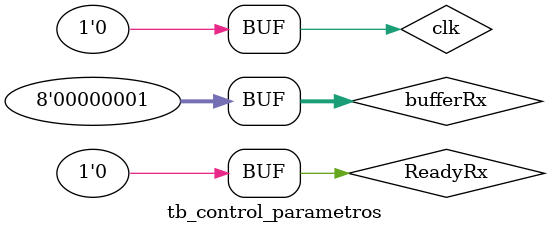
<source format=v>
`timescale 1ns / 1ps


module tb_control_parametros;
reg clk;
reg ReadyRx;
reg [7:0] bufferRx;
wire [7:0] estadoRx;
wire ready_Tx_PC;
wire buttonStartTx;
wire [31:0] freq_sync;
wire [31:0] delay_pulse;
wire [31:0] width_pulse;
wire [31:0] delay_det;
wire [31:0] width_det;
wire [63:0] pixelColor;
wire image_load;
wire [7:0] image_address;
wire new_pixClr;
wire [31:0] ireg_read;
wire [31:0] ireg_write;
wire reset_DDR3;
wire enable_dac;
wire [11:0] data_in_A_dac, data_in_B_dac;
wire [7:0] dead_time_APD;
wire [7:0] controlDM;
wire [15:0] dataPoints;
wire pulse_control, CW, AliceBob;

// Instancia del m�dulo a probar
control_parametros uut (
    .clk(clk),
    .ReadyRx(ReadyRx),
    .bufferRx(bufferRx),
    .estadoRx(estadoRx),
    .ready_Tx_PC(ready_Tx_PC),
    .buttonStartTx(buttonStartTx),
    .freq_sync(freq_sync),
    .delay_pulse(delay_pulse),
    .width_pulse(width_pulse),
    .delay_det(delay_det),
    .width_det(width_det),
    .pixelColor(pixelColor),
    .image_load(image_load),
    .image_address(image_address),
    .new_pixClr(new_pixClr),
    .ireg_read(ireg_read),
    .ireg_write(ireg_write),
    .reset_DDR3(reset_DDR3),
    .enable_dac(enable_dac),
    .data_in_A_dac(data_in_A_dac),
    .data_in_B_dac(data_in_B_dac),
    .dead_time_APD(dead_time_APD),
    .controlDM(controlDM),
    .dataPoints(dataPoints),
    .pulse_control(pulse_control),
    .CW(CW),
    .AliceBob(AliceBob)
);

// Inicializaci�n
initial begin
    clk = 0;
    ReadyRx = 0;
    bufferRx = 8'd0;
    #10 ReadyRx = 1; bufferRx = 8'd1;
    #10 ReadyRx = 0;
    // Contin�a con m�s est�mulos seg�n los casos de prueba necesarios
end


endmodule

</source>
